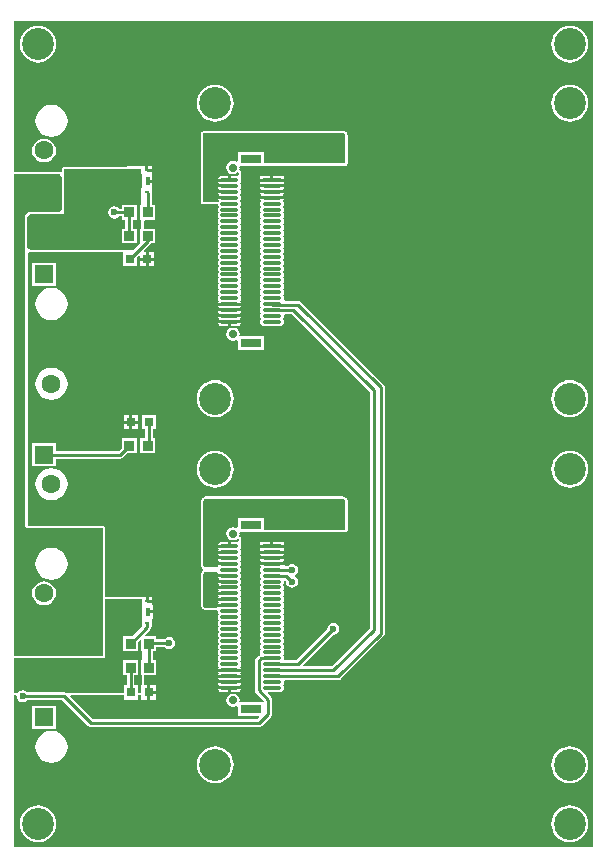
<source format=gtl>
G04 Layer_Physical_Order=1*
G04 Layer_Color=255*
%FSLAX25Y25*%
%MOIN*%
G70*
G01*
G75*
%ADD10R,0.03150X0.03150*%
%ADD11R,0.03347X0.03347*%
%ADD12R,0.07087X0.03150*%
%ADD13R,0.06299X0.01181*%
%ADD14O,0.06299X0.01181*%
%ADD15R,0.03937X0.04724*%
%ADD16R,0.01575X0.00984*%
%ADD17R,0.01181X0.03110*%
%ADD18C,0.01000*%
%ADD19C,0.02756*%
%ADD20C,0.06299*%
%ADD21R,0.06299X0.06299*%
%ADD22C,0.10630*%
%ADD23C,0.02362*%
G36*
X44488Y84646D02*
Y75577D01*
X41254Y72342D01*
X38189D01*
Y67421D01*
X43110D01*
Y70486D01*
X43829Y71205D01*
X44291Y71014D01*
Y67421D01*
X44488D01*
Y64272D01*
X44291D01*
Y59350D01*
X44488D01*
Y55945D01*
X44291D01*
Y53445D01*
X43110D01*
Y55945D01*
X41962D01*
Y59350D01*
X43110D01*
Y64272D01*
X38189D01*
Y59350D01*
X39337D01*
Y55945D01*
X38386D01*
Y53445D01*
X19201Y53445D01*
X19006Y53575D01*
X18504Y53675D01*
X6215D01*
X6144Y53781D01*
X5492Y54216D01*
X4724Y54369D01*
X3956Y54216D01*
X3305Y53781D01*
X3080Y53445D01*
X1969D01*
X1969Y62008D01*
Y64961D01*
X32283D01*
Y84646D01*
X44488Y84646D01*
D02*
G37*
G36*
X194882Y1969D02*
X1969D01*
Y52642D01*
X2488D01*
X2717Y52362D01*
X2870Y51594D01*
X3305Y50943D01*
X3956Y50508D01*
X4724Y50355D01*
X5492Y50508D01*
X6144Y50943D01*
X6215Y51050D01*
X17960D01*
X26631Y42379D01*
X27057Y42094D01*
X27559Y41995D01*
X83465D01*
X83967Y42094D01*
X84393Y42379D01*
X87542Y45529D01*
X87827Y45954D01*
X87927Y46457D01*
Y51181D01*
X87827Y51683D01*
X87542Y52109D01*
X86400Y53251D01*
X86592Y53713D01*
X90354D01*
X90892Y53820D01*
X91348Y54125D01*
X91652Y54581D01*
X91759Y55118D01*
X91652Y55656D01*
X91354Y56103D01*
X91652Y56549D01*
X91759Y57087D01*
X91728Y57243D01*
X92129Y57743D01*
X109843D01*
X110345Y57842D01*
X110771Y58127D01*
X124944Y72300D01*
X125228Y72726D01*
X125328Y73228D01*
Y155512D01*
X125228Y156014D01*
X124944Y156440D01*
X97566Y183818D01*
X97140Y184103D01*
X96638Y184203D01*
X92008D01*
X91692Y184703D01*
X91759Y185039D01*
X91652Y185577D01*
X91354Y186024D01*
X91652Y186470D01*
X91759Y187008D01*
X91652Y187546D01*
X91354Y187992D01*
X91652Y188439D01*
X91759Y188977D01*
X91652Y189514D01*
X91354Y189961D01*
X91652Y190407D01*
X91759Y190945D01*
X91652Y191483D01*
X91354Y191929D01*
X91652Y192376D01*
X91759Y192913D01*
X91652Y193451D01*
X91354Y193898D01*
X91652Y194344D01*
X91759Y194882D01*
X91652Y195420D01*
X91354Y195866D01*
X91652Y196313D01*
X91759Y196851D01*
X91652Y197388D01*
X91354Y197835D01*
X91652Y198281D01*
X91759Y198819D01*
X91652Y199357D01*
X91354Y199803D01*
X91652Y200250D01*
X91759Y200787D01*
X91652Y201325D01*
X91354Y201772D01*
X91652Y202218D01*
X91759Y202756D01*
X91652Y203294D01*
X91354Y203740D01*
X91652Y204187D01*
X91759Y204725D01*
X91652Y205262D01*
X91354Y205709D01*
X91652Y206155D01*
X91759Y206693D01*
X91652Y207231D01*
X91354Y207677D01*
X91652Y208124D01*
X91759Y208662D01*
X91652Y209199D01*
X91354Y209646D01*
X91652Y210092D01*
X91759Y210630D01*
X91652Y211168D01*
X91354Y211614D01*
X91652Y212061D01*
X91759Y212598D01*
X91652Y213136D01*
X91354Y213583D01*
X91652Y214029D01*
X91759Y214567D01*
X91652Y215105D01*
X91354Y215551D01*
X91652Y215998D01*
X91759Y216535D01*
X91652Y217073D01*
X91354Y217520D01*
X91652Y217966D01*
X91660Y218004D01*
X83931D01*
X83938Y217966D01*
X84237Y217520D01*
X83938Y217073D01*
X83831Y216535D01*
X83938Y215998D01*
X84237Y215551D01*
X83938Y215105D01*
X83831Y214567D01*
X83938Y214029D01*
X84237Y213583D01*
X83938Y213136D01*
X83831Y212598D01*
X83938Y212061D01*
X84237Y211614D01*
X83938Y211168D01*
X83831Y210630D01*
X83938Y210092D01*
X84237Y209646D01*
X83938Y209199D01*
X83831Y208662D01*
X83938Y208124D01*
X84237Y207677D01*
X83938Y207231D01*
X83831Y206693D01*
X83938Y206155D01*
X84237Y205709D01*
X83938Y205262D01*
X83831Y204725D01*
X83938Y204187D01*
X84237Y203740D01*
X83938Y203294D01*
X83831Y202756D01*
X83938Y202218D01*
X84237Y201772D01*
X83938Y201325D01*
X83831Y200787D01*
X83938Y200250D01*
X84237Y199803D01*
X83938Y199357D01*
X83831Y198819D01*
X83938Y198281D01*
X84237Y197835D01*
X83938Y197388D01*
X83831Y196851D01*
X83938Y196313D01*
X84237Y195866D01*
X83938Y195420D01*
X83831Y194882D01*
X83938Y194344D01*
X84237Y193898D01*
X83938Y193451D01*
X83831Y192913D01*
X83938Y192376D01*
X84237Y191929D01*
X83938Y191483D01*
X83831Y190945D01*
X83938Y190407D01*
X84237Y189961D01*
X83938Y189514D01*
X83831Y188977D01*
X83938Y188439D01*
X84237Y187992D01*
X83938Y187546D01*
X83831Y187008D01*
X83938Y186470D01*
X84237Y186024D01*
X83938Y185577D01*
X83831Y185039D01*
X83938Y184502D01*
X84237Y184055D01*
X83938Y183609D01*
X83831Y183071D01*
X83938Y182533D01*
X84237Y182087D01*
X83938Y181640D01*
X83831Y181103D01*
X83938Y180565D01*
X84237Y180118D01*
X83938Y179672D01*
X83831Y179134D01*
X83938Y178596D01*
X84237Y178150D01*
X83938Y177703D01*
X83831Y177165D01*
X83938Y176628D01*
X84243Y176172D01*
X84698Y175867D01*
X85236Y175760D01*
X90354D01*
X90892Y175867D01*
X91348Y176172D01*
X91652Y176628D01*
X91759Y177165D01*
X91652Y177703D01*
X91354Y178150D01*
X91652Y178596D01*
X91759Y179134D01*
X91728Y179290D01*
X92129Y179790D01*
X94338D01*
X120341Y153787D01*
Y74953D01*
X107724Y62336D01*
X98311D01*
X98119Y62798D01*
X108142Y72821D01*
X108268Y72796D01*
X109036Y72949D01*
X109687Y73384D01*
X110122Y74035D01*
X110275Y74803D01*
X110122Y75571D01*
X109687Y76222D01*
X109036Y76657D01*
X108268Y76810D01*
X107500Y76657D01*
X106849Y76222D01*
X106413Y75571D01*
X106261Y74803D01*
X106286Y74677D01*
X95913Y64305D01*
X92129D01*
X91728Y64805D01*
X91759Y64961D01*
X91652Y65498D01*
X91354Y65945D01*
X91652Y66392D01*
X91759Y66929D01*
X91652Y67467D01*
X91354Y67914D01*
X91652Y68360D01*
X91759Y68898D01*
X91652Y69435D01*
X91354Y69882D01*
X91652Y70329D01*
X91759Y70866D01*
X91652Y71404D01*
X91354Y71851D01*
X91652Y72297D01*
X91759Y72835D01*
X91652Y73372D01*
X91354Y73819D01*
X91652Y74266D01*
X91759Y74803D01*
X91652Y75341D01*
X91354Y75788D01*
X91652Y76234D01*
X91759Y76772D01*
X91652Y77309D01*
X91354Y77756D01*
X91652Y78203D01*
X91759Y78740D01*
X91652Y79278D01*
X91354Y79725D01*
X91652Y80171D01*
X91759Y80709D01*
X91652Y81246D01*
X91354Y81693D01*
X91652Y82140D01*
X91759Y82677D01*
X91652Y83215D01*
X91354Y83662D01*
X91652Y84108D01*
X91759Y84646D01*
X91652Y85183D01*
X91354Y85630D01*
X91652Y86077D01*
X91759Y86614D01*
X91652Y87152D01*
X91354Y87599D01*
X91652Y88045D01*
X91759Y88583D01*
X91652Y89120D01*
X91354Y89567D01*
X91652Y90014D01*
X91759Y90551D01*
X91728Y90707D01*
X91759Y90770D01*
X92239Y90926D01*
X92506Y90674D01*
X92481Y90551D01*
X92634Y89783D01*
X93069Y89132D01*
X93720Y88697D01*
X94488Y88544D01*
X95256Y88697D01*
X95907Y89132D01*
X96342Y89783D01*
X96495Y90551D01*
X96342Y91319D01*
X95907Y91970D01*
X95535Y92219D01*
Y92820D01*
X95907Y93069D01*
X96342Y93720D01*
X96495Y94488D01*
X96342Y95256D01*
X95907Y95907D01*
X95256Y96342D01*
X94488Y96495D01*
X93720Y96342D01*
X93069Y95907D01*
X92998Y95801D01*
X92129D01*
X92004Y95957D01*
X83931D01*
X83938Y95919D01*
X84237Y95473D01*
X83938Y95026D01*
X83831Y94488D01*
X83938Y93951D01*
X84237Y93504D01*
X83938Y93057D01*
X83831Y92520D01*
X83938Y91982D01*
X84237Y91536D01*
X83938Y91089D01*
X83831Y90551D01*
X83938Y90014D01*
X84237Y89567D01*
X83938Y89120D01*
X83831Y88583D01*
X83938Y88045D01*
X84237Y87599D01*
X83938Y87152D01*
X83831Y86614D01*
X83938Y86077D01*
X84237Y85630D01*
X83938Y85183D01*
X83831Y84646D01*
X83938Y84108D01*
X84237Y83662D01*
X83938Y83215D01*
X83831Y82677D01*
X83938Y82140D01*
X84237Y81693D01*
X83938Y81246D01*
X83831Y80709D01*
X83938Y80171D01*
X84237Y79725D01*
X83938Y79278D01*
X83831Y78740D01*
X83938Y78203D01*
X84237Y77756D01*
X83938Y77309D01*
X83831Y76772D01*
X83938Y76234D01*
X84237Y75788D01*
X83938Y75341D01*
X83831Y74803D01*
X83938Y74266D01*
X84237Y73819D01*
X83938Y73372D01*
X83831Y72835D01*
X83938Y72297D01*
X84237Y71851D01*
X83938Y71404D01*
X83831Y70866D01*
X83938Y70329D01*
X84237Y69882D01*
X83938Y69435D01*
X83831Y68898D01*
X83938Y68360D01*
X84237Y67914D01*
X83938Y67467D01*
X83831Y66929D01*
X83875Y66708D01*
X83750Y66173D01*
X83324Y65889D01*
X82536Y65101D01*
X82252Y64675D01*
X82152Y64173D01*
Y54331D01*
X82252Y53828D01*
X82536Y53403D01*
X85049Y50890D01*
X84838Y50394D01*
X77287D01*
X76970Y50780D01*
X77011Y50984D01*
X76843Y51829D01*
X76364Y52545D01*
X75648Y53024D01*
X74803Y53192D01*
X73958Y53024D01*
X73242Y52545D01*
X72763Y51829D01*
X72595Y50984D01*
X72763Y50139D01*
X73242Y49423D01*
X73958Y48945D01*
X74803Y48777D01*
X75648Y48945D01*
X75878Y49098D01*
X76378Y48831D01*
Y45669D01*
X83317D01*
X83509Y45208D01*
X82921Y44620D01*
X28103D01*
X20542Y52180D01*
X20734Y52642D01*
X38386Y52642D01*
Y51221D01*
X43110D01*
Y52642D01*
X44291D01*
Y51221D01*
X46154D01*
Y53583D01*
Y55945D01*
X45291D01*
Y59350D01*
X49213D01*
Y64272D01*
X48065D01*
Y67421D01*
X49213D01*
Y68766D01*
X52053D01*
X52124Y68660D01*
X52775Y68225D01*
X53543Y68072D01*
X54311Y68225D01*
X54962Y68660D01*
X55398Y69311D01*
X55550Y70079D01*
X55398Y70847D01*
X54962Y71498D01*
X54311Y71933D01*
X53543Y72086D01*
X52775Y71933D01*
X52124Y71498D01*
X52053Y71391D01*
X49213D01*
Y72342D01*
X45620D01*
X45428Y72804D01*
X47188Y74564D01*
X47473Y74990D01*
X47572Y75492D01*
X47835D01*
Y78051D01*
X47992Y78071D01*
Y79913D01*
X46614D01*
Y80913D01*
X47992D01*
Y82756D01*
X47835Y82776D01*
Y83555D01*
X46260D01*
Y84055D01*
X45760D01*
Y85335D01*
X44874D01*
X44795Y85387D01*
X44488Y85448D01*
X32299Y85448D01*
Y108268D01*
X32238Y108575D01*
X32064Y108835D01*
X31803Y109009D01*
X31496Y109071D01*
X6732D01*
X6660Y109078D01*
X6491Y109147D01*
X6391Y109247D01*
X6322Y109415D01*
X6315Y109488D01*
X6315Y200111D01*
X6318Y200116D01*
X6815Y200425D01*
X7017Y200341D01*
X7017Y200341D01*
X7017Y200341D01*
X7172Y200310D01*
X7324Y200280D01*
X7324Y200280D01*
X7324Y200280D01*
X7579Y200280D01*
X37992Y200280D01*
Y195709D01*
X42717D01*
Y198577D01*
X43436Y199296D01*
X43898Y199105D01*
Y198571D01*
X45760D01*
Y200433D01*
X45226D01*
X45035Y200895D01*
X47286Y203147D01*
X47354Y203248D01*
X48819D01*
Y208169D01*
X44996D01*
Y209941D01*
X44996Y210769D01*
X45349Y211122D01*
X48819D01*
Y216043D01*
X47671D01*
Y219094D01*
X47677D01*
Y221654D01*
X47835Y221673D01*
Y223516D01*
X46457D01*
Y224516D01*
X47835D01*
Y226358D01*
X47677Y226378D01*
Y227157D01*
X46102D01*
Y227658D01*
X45602D01*
Y228937D01*
X39409D01*
Y228756D01*
X18504Y228755D01*
X18197Y228694D01*
X17936Y228520D01*
X17762Y228260D01*
X17701Y227953D01*
Y227403D01*
X17457Y227178D01*
X17218Y227045D01*
X17146Y227075D01*
X16693Y227165D01*
X16614Y227165D01*
X16536Y227181D01*
X16536D01*
X16535Y227181D01*
X1969Y227181D01*
Y277559D01*
X194882D01*
Y1969D01*
D02*
G37*
G36*
X44193Y227599D02*
X44193Y218799D01*
X44193Y216338D01*
X43898Y216043D01*
X43898D01*
Y211122D01*
X44193D01*
X44193Y209941D01*
Y208169D01*
X43898D01*
Y203470D01*
X41510Y201083D01*
X7579Y201083D01*
X7324Y201083D01*
X6854Y201277D01*
X6494Y201637D01*
X6299Y202108D01*
X6299Y202362D01*
X6299Y212046D01*
X6479Y212480D01*
X6811Y212812D01*
X7245Y212992D01*
X7480D01*
X7480Y212992D01*
X18504D01*
X18504Y227953D01*
X43839Y227953D01*
X44193Y227599D01*
D02*
G37*
G36*
X16535Y226378D02*
X16535Y226378D01*
X16535Y226378D01*
X16536D01*
X16988Y226288D01*
X17204Y226198D01*
X17537Y225866D01*
X17701Y225469D01*
X17701Y214688D01*
X17537Y214292D01*
X17205Y213959D01*
X16808Y213795D01*
X7480D01*
X7480Y213795D01*
X7245D01*
X7168Y213779D01*
X7087D01*
X7086Y213779D01*
X6779Y213749D01*
X6212Y213514D01*
X5777Y213080D01*
X5542Y212512D01*
X5512Y212205D01*
Y212123D01*
X5496Y212046D01*
X5496Y202362D01*
X5496Y202108D01*
X5512Y202030D01*
X5512Y109449D01*
X5534Y109218D01*
X5711Y108792D01*
X6037Y108467D01*
X6463Y108290D01*
X6693Y108268D01*
X31496D01*
Y84723D01*
X31481Y84646D01*
Y65763D01*
X1969D01*
Y93701D01*
Y226378D01*
X16535Y226378D01*
D02*
G37*
%LPC*%
G36*
X87295Y103740D02*
X83858D01*
Y102862D01*
X87295D01*
Y103740D01*
D02*
G37*
G36*
X91732D02*
X88295D01*
Y102862D01*
X91732D01*
Y103740D01*
D02*
G37*
G36*
X14291Y128392D02*
X12904Y128210D01*
X11611Y127674D01*
X10501Y126822D01*
X9649Y125712D01*
X9113Y124419D01*
X8930Y123031D01*
X9113Y121644D01*
X9649Y120351D01*
X10501Y119241D01*
X11611Y118389D01*
X12904Y117853D01*
X14291Y117671D01*
X15679Y117853D01*
X16972Y118389D01*
X18082Y119241D01*
X18934Y120351D01*
X19469Y121644D01*
X19652Y123031D01*
X19469Y124419D01*
X18934Y125712D01*
X18082Y126822D01*
X16972Y127674D01*
X15679Y128210D01*
X14291Y128392D01*
D02*
G37*
G36*
X91732Y101862D02*
X83858D01*
Y100984D01*
X83858Y100984D01*
X83858D01*
X83857Y100894D01*
X91734D01*
X91732Y100984D01*
X91732Y100984D01*
X91732Y100984D01*
Y101862D01*
D02*
G37*
G36*
X91660Y97925D02*
X83931D01*
X83938Y97888D01*
X84237Y97441D01*
X83938Y96994D01*
X83931Y96957D01*
X91660D01*
X91652Y96994D01*
X91354Y97441D01*
X91652Y97888D01*
X91660Y97925D01*
D02*
G37*
G36*
Y99894D02*
X83931D01*
X83938Y99856D01*
X84237Y99410D01*
X83938Y98963D01*
X83931Y98925D01*
X91660D01*
X91652Y98963D01*
X91354Y99410D01*
X91652Y99856D01*
X91660Y99894D01*
D02*
G37*
G36*
X42717Y138287D02*
X37795D01*
Y135222D01*
X36759Y134187D01*
X15748D01*
Y136811D01*
X7874D01*
Y128937D01*
X15748D01*
Y131561D01*
X37303D01*
X37806Y131661D01*
X38231Y131946D01*
X39652Y133366D01*
X42717D01*
Y138287D01*
D02*
G37*
G36*
X40274Y143122D02*
X38412D01*
Y141260D01*
X40274D01*
Y143122D01*
D02*
G37*
G36*
X43137D02*
X41274D01*
Y141260D01*
X43137D01*
Y143122D01*
D02*
G37*
G36*
X49042Y145984D02*
X44318D01*
Y141260D01*
X45367D01*
Y138287D01*
X43898D01*
Y133366D01*
X48819D01*
Y138287D01*
X47993D01*
Y141260D01*
X49042D01*
Y145984D01*
D02*
G37*
G36*
X111574Y118913D02*
X111574Y118913D01*
X111574Y118913D01*
X111417Y118913D01*
X65748Y118913D01*
X65748Y118913D01*
X65591Y118913D01*
X65591Y118913D01*
X65591Y118913D01*
X65458Y118886D01*
X65284Y118852D01*
X65284Y118852D01*
X64995Y118732D01*
X64995Y118732D01*
X64734Y118558D01*
X64513Y118336D01*
X64339Y118076D01*
X64219Y117787D01*
X64219Y117787D01*
X64158Y117480D01*
Y96063D01*
X64158Y95906D01*
X64219Y95599D01*
X64219Y95599D01*
X64219Y95599D01*
X64339Y95310D01*
X64513Y95049D01*
X64734Y94828D01*
X64734Y94828D01*
X64802Y94783D01*
X64841Y94689D01*
X64866Y94446D01*
X64845Y94297D01*
X64802Y94194D01*
X64734Y94149D01*
X64680Y94094D01*
X64621Y94006D01*
X64551Y93925D01*
X64338Y93553D01*
X64311Y93470D01*
X64269Y93393D01*
X64195Y93154D01*
X64192Y93131D01*
X64182Y93110D01*
X64182Y93110D01*
X64178Y93012D01*
X64158Y92916D01*
X64158Y92449D01*
X64158Y92448D01*
X64158Y92448D01*
X64158Y82677D01*
X64158Y82521D01*
X64219Y82213D01*
X64219Y82213D01*
X64339Y81924D01*
X64513Y81663D01*
X64734Y81442D01*
X64995Y81268D01*
X65284Y81148D01*
X65591Y81087D01*
X65748Y81087D01*
X69223D01*
X69647Y80718D01*
X69672Y80638D01*
X69765Y80171D01*
X70063Y79725D01*
X69765Y79278D01*
X69658Y78740D01*
X69765Y78203D01*
X70063Y77756D01*
X69765Y77309D01*
X69658Y76772D01*
X69765Y76234D01*
X70063Y75788D01*
X69765Y75341D01*
X69658Y74803D01*
X69765Y74266D01*
X70063Y73819D01*
X69765Y73372D01*
X69658Y72835D01*
X69765Y72297D01*
X70063Y71851D01*
X69765Y71404D01*
X69658Y70866D01*
X69765Y70329D01*
X70063Y69882D01*
X69765Y69435D01*
X69658Y68898D01*
X69765Y68360D01*
X70063Y67914D01*
X69765Y67467D01*
X69658Y66929D01*
X69765Y66392D01*
X70063Y65945D01*
X69765Y65498D01*
X69658Y64961D01*
X69765Y64423D01*
X70063Y63977D01*
X69765Y63530D01*
X69658Y62992D01*
X69765Y62455D01*
X70063Y62008D01*
X69765Y61561D01*
X69757Y61524D01*
X77486D01*
X77479Y61561D01*
X77181Y62008D01*
X77479Y62455D01*
X77586Y62992D01*
X77479Y63530D01*
X77181Y63977D01*
X77479Y64423D01*
X77586Y64961D01*
X77479Y65498D01*
X77181Y65945D01*
X77479Y66392D01*
X77586Y66929D01*
X77479Y67467D01*
X77181Y67914D01*
X77479Y68360D01*
X77586Y68898D01*
X77479Y69435D01*
X77181Y69882D01*
X77479Y70329D01*
X77586Y70866D01*
X77479Y71404D01*
X77181Y71851D01*
X77479Y72297D01*
X77586Y72835D01*
X77479Y73372D01*
X77181Y73819D01*
X77479Y74266D01*
X77586Y74803D01*
X77479Y75341D01*
X77181Y75788D01*
X77479Y76234D01*
X77586Y76772D01*
X77479Y77309D01*
X77181Y77756D01*
X77479Y78203D01*
X77586Y78740D01*
X77479Y79278D01*
X77181Y79725D01*
X77479Y80171D01*
X77586Y80709D01*
X77479Y81246D01*
X77181Y81693D01*
X77479Y82140D01*
X77586Y82677D01*
X77479Y83215D01*
X77181Y83662D01*
X77479Y84108D01*
X77586Y84646D01*
X77479Y85183D01*
X77181Y85630D01*
X77479Y86077D01*
X77586Y86614D01*
X77479Y87152D01*
X77181Y87599D01*
X77479Y88045D01*
X77586Y88583D01*
X77479Y89120D01*
X77181Y89567D01*
X77479Y90014D01*
X77586Y90551D01*
X77479Y91089D01*
X77181Y91536D01*
X77479Y91982D01*
X77586Y92520D01*
X77479Y93057D01*
X77181Y93504D01*
X77479Y93951D01*
X77586Y94488D01*
X77479Y95026D01*
X77181Y95473D01*
X77479Y95919D01*
X77586Y96457D01*
X77479Y96994D01*
X77181Y97441D01*
X77479Y97888D01*
X77586Y98425D01*
X77479Y98963D01*
X77181Y99410D01*
X77479Y99856D01*
X77586Y100394D01*
X77479Y100931D01*
X77181Y101378D01*
X77479Y101825D01*
X77586Y102362D01*
X77479Y102900D01*
X77342Y103106D01*
X77339Y103587D01*
X77461Y103758D01*
X77480Y103781D01*
X77491Y103819D01*
X77513Y103852D01*
X77536Y103968D01*
X77571Y104081D01*
X77567Y104120D01*
X77574Y104159D01*
Y104713D01*
X77568Y104747D01*
X77572Y104780D01*
X77538Y104899D01*
X77513Y105021D01*
X77495Y105049D01*
X77485Y105081D01*
X77408Y105178D01*
X77339Y105281D01*
X77311Y105300D01*
X77290Y105326D01*
X77244Y105352D01*
X77067Y105484D01*
X76893Y105902D01*
X77011Y106496D01*
X76970Y106700D01*
X77287Y107087D01*
X84961D01*
X85039Y107071D01*
X112205D01*
X112512Y107132D01*
X112772Y107306D01*
X112946Y107567D01*
X113007Y107874D01*
X113007Y116859D01*
X113007Y116859D01*
X113007Y116859D01*
X113007Y117323D01*
X112986Y117429D01*
X112978Y117537D01*
X112853Y117989D01*
X112831Y118033D01*
X112821Y118082D01*
X112761Y118172D01*
X112712Y118269D01*
X112674Y118301D01*
X112647Y118342D01*
X112431Y118558D01*
X112431Y118558D01*
X112431Y118558D01*
X112308Y118641D01*
X112171Y118732D01*
X112171Y118732D01*
X112171Y118732D01*
X111881Y118852D01*
X111881Y118852D01*
X111881Y118852D01*
X111732Y118882D01*
X111574Y118913D01*
D02*
G37*
G36*
X68898Y134085D02*
X67701Y133967D01*
X66551Y133618D01*
X65491Y133051D01*
X64562Y132289D01*
X63799Y131360D01*
X63232Y130299D01*
X62884Y129149D01*
X62766Y127953D01*
X62884Y126757D01*
X63232Y125606D01*
X63799Y124546D01*
X64562Y123617D01*
X65491Y122854D01*
X66551Y122288D01*
X67701Y121939D01*
X68898Y121821D01*
X70094Y121939D01*
X71244Y122288D01*
X72304Y122854D01*
X73233Y123617D01*
X73996Y124546D01*
X74563Y125606D01*
X74912Y126757D01*
X75029Y127953D01*
X74912Y129149D01*
X74563Y130299D01*
X73996Y131360D01*
X73233Y132289D01*
X72304Y133051D01*
X71244Y133618D01*
X70094Y133967D01*
X68898Y134085D01*
D02*
G37*
G36*
X187008D02*
X185812Y133967D01*
X184661Y133618D01*
X183601Y133051D01*
X182672Y132289D01*
X181909Y131360D01*
X181343Y130299D01*
X180994Y129149D01*
X180876Y127953D01*
X180994Y126757D01*
X181343Y125606D01*
X181909Y124546D01*
X182672Y123617D01*
X183601Y122854D01*
X184661Y122288D01*
X185812Y121939D01*
X187008Y121821D01*
X188204Y121939D01*
X189354Y122288D01*
X190415Y122854D01*
X191344Y123617D01*
X192106Y124546D01*
X192673Y125606D01*
X193022Y126757D01*
X193140Y127953D01*
X193022Y129149D01*
X192673Y130299D01*
X192106Y131360D01*
X191344Y132289D01*
X190415Y133051D01*
X189354Y133618D01*
X188204Y133967D01*
X187008Y134085D01*
D02*
G37*
G36*
X47835Y85335D02*
X46760D01*
Y84555D01*
X47835D01*
Y85335D01*
D02*
G37*
G36*
X68898Y35659D02*
X67701Y35542D01*
X66551Y35193D01*
X65491Y34626D01*
X64562Y33863D01*
X63799Y32934D01*
X63232Y31874D01*
X62884Y30724D01*
X62766Y29528D01*
X62884Y28331D01*
X63232Y27181D01*
X63799Y26121D01*
X64562Y25192D01*
X65491Y24429D01*
X66551Y23862D01*
X67701Y23514D01*
X68898Y23396D01*
X70094Y23514D01*
X71244Y23862D01*
X72304Y24429D01*
X73233Y25192D01*
X73996Y26121D01*
X74563Y27181D01*
X74912Y28331D01*
X75029Y29528D01*
X74912Y30724D01*
X74563Y31874D01*
X73996Y32934D01*
X73233Y33863D01*
X72304Y34626D01*
X71244Y35193D01*
X70094Y35542D01*
X68898Y35659D01*
D02*
G37*
G36*
X73122Y54618D02*
X69757D01*
X69765Y54581D01*
X70069Y54125D01*
X70525Y53820D01*
X71063Y53713D01*
X73122D01*
Y54618D01*
D02*
G37*
G36*
X77486D02*
X74122D01*
Y53713D01*
X76181D01*
X76719Y53820D01*
X77175Y54125D01*
X77479Y54581D01*
X77486Y54618D01*
D02*
G37*
G36*
X49016Y53083D02*
X47153D01*
Y51221D01*
X49016D01*
Y53083D01*
D02*
G37*
G36*
X14291Y40794D02*
X12904Y40611D01*
X11611Y40076D01*
X10501Y39224D01*
X9649Y38113D01*
X9113Y36821D01*
X8930Y35433D01*
X9113Y34046D01*
X9649Y32753D01*
X10501Y31642D01*
X11611Y30790D01*
X12904Y30255D01*
X14291Y30072D01*
X15679Y30255D01*
X16972Y30790D01*
X18082Y31642D01*
X18934Y32753D01*
X19469Y34046D01*
X19652Y35433D01*
X19469Y36821D01*
X18934Y38113D01*
X18082Y39224D01*
X16972Y40076D01*
X15679Y40611D01*
X14291Y40794D01*
D02*
G37*
G36*
X15748Y49213D02*
X7874D01*
Y41339D01*
X15748D01*
Y49213D01*
D02*
G37*
G36*
X187008Y35659D02*
X185812Y35542D01*
X184661Y35193D01*
X183601Y34626D01*
X182672Y33863D01*
X181909Y32934D01*
X181343Y31874D01*
X180994Y30724D01*
X180876Y29528D01*
X180994Y28331D01*
X181343Y27181D01*
X181909Y26121D01*
X182672Y25192D01*
X183601Y24429D01*
X184661Y23862D01*
X185812Y23514D01*
X187008Y23396D01*
X188204Y23514D01*
X189354Y23862D01*
X190415Y24429D01*
X191344Y25192D01*
X192106Y26121D01*
X192673Y27181D01*
X193022Y28331D01*
X193140Y29528D01*
X193022Y30724D01*
X192673Y31874D01*
X192106Y32934D01*
X191344Y33863D01*
X190415Y34626D01*
X189354Y35193D01*
X188204Y35542D01*
X187008Y35659D01*
D02*
G37*
G36*
Y15974D02*
X185812Y15857D01*
X184661Y15508D01*
X183601Y14941D01*
X182672Y14178D01*
X181909Y13249D01*
X181343Y12189D01*
X180994Y11039D01*
X180876Y9843D01*
X180994Y8646D01*
X181343Y7496D01*
X181909Y6436D01*
X182672Y5507D01*
X183601Y4744D01*
X184661Y4177D01*
X185812Y3828D01*
X187008Y3711D01*
X188204Y3828D01*
X189354Y4177D01*
X190415Y4744D01*
X191344Y5507D01*
X192106Y6436D01*
X192673Y7496D01*
X193022Y8646D01*
X193140Y9843D01*
X193022Y11039D01*
X192673Y12189D01*
X192106Y13249D01*
X191344Y14178D01*
X190415Y14941D01*
X189354Y15508D01*
X188204Y15857D01*
X187008Y15974D01*
D02*
G37*
G36*
X9843D02*
X8646Y15857D01*
X7496Y15508D01*
X6436Y14941D01*
X5507Y14178D01*
X4744Y13249D01*
X4177Y12189D01*
X3828Y11039D01*
X3711Y9843D01*
X3828Y8646D01*
X4177Y7496D01*
X4744Y6436D01*
X5507Y5507D01*
X6436Y4744D01*
X7496Y4177D01*
X8646Y3828D01*
X9843Y3711D01*
X11039Y3828D01*
X12189Y4177D01*
X13249Y4744D01*
X14178Y5507D01*
X14941Y6436D01*
X15508Y7496D01*
X15857Y8646D01*
X15974Y9843D01*
X15857Y11039D01*
X15508Y12189D01*
X14941Y13249D01*
X14178Y14178D01*
X13249Y14941D01*
X12189Y15508D01*
X11039Y15857D01*
X9843Y15974D01*
D02*
G37*
G36*
X77486Y60524D02*
X69757D01*
X69765Y60486D01*
X70063Y60040D01*
X69765Y59593D01*
X69757Y59555D01*
X77486D01*
X77479Y59593D01*
X77181Y60040D01*
X77479Y60486D01*
X77486Y60524D01*
D02*
G37*
G36*
X49016Y55945D02*
X47153D01*
Y54083D01*
X49016D01*
Y55945D01*
D02*
G37*
G36*
X77486Y56587D02*
X69757D01*
X69765Y56549D01*
X70063Y56103D01*
X69765Y55656D01*
X69757Y55618D01*
X77486D01*
X77479Y55656D01*
X77181Y56103D01*
X77479Y56549D01*
X77486Y56587D01*
D02*
G37*
G36*
Y58555D02*
X69757D01*
X69765Y58518D01*
X70063Y58071D01*
X69765Y57624D01*
X69757Y57587D01*
X77486D01*
X77479Y57624D01*
X77181Y58071D01*
X77479Y58518D01*
X77486Y58555D01*
D02*
G37*
G36*
X91732Y223909D02*
X83858D01*
Y223031D01*
X83858Y223031D01*
X83858D01*
X83857Y222941D01*
X91734D01*
X91732Y223031D01*
X91732Y223031D01*
X91732Y223031D01*
Y223909D01*
D02*
G37*
G36*
X91660Y221941D02*
X83931D01*
X83938Y221903D01*
X84237Y221457D01*
X83938Y221010D01*
X83931Y220972D01*
X91660D01*
X91652Y221010D01*
X91354Y221457D01*
X91652Y221903D01*
X91660Y221941D01*
D02*
G37*
G36*
X91732Y225787D02*
X88295D01*
Y224909D01*
X91732D01*
Y225787D01*
D02*
G37*
G36*
X87295D02*
X83858D01*
Y224909D01*
X87295D01*
Y225787D01*
D02*
G37*
G36*
X48622Y200433D02*
X46760D01*
Y198571D01*
X48622D01*
Y200433D01*
D02*
G37*
G36*
Y197571D02*
X46760D01*
Y195709D01*
X48622D01*
Y197571D01*
D02*
G37*
G36*
X91660Y219972D02*
X83931D01*
X83938Y219935D01*
X84237Y219488D01*
X83938Y219042D01*
X83931Y219004D01*
X91660D01*
X91652Y219042D01*
X91354Y219488D01*
X91652Y219935D01*
X91660Y219972D01*
D02*
G37*
G36*
X187008Y256132D02*
X185812Y256014D01*
X184661Y255665D01*
X183601Y255099D01*
X182672Y254336D01*
X181909Y253407D01*
X181343Y252347D01*
X180994Y251196D01*
X180876Y250000D01*
X180994Y248804D01*
X181343Y247653D01*
X181909Y246593D01*
X182672Y245664D01*
X183601Y244901D01*
X184661Y244335D01*
X185812Y243986D01*
X187008Y243868D01*
X188204Y243986D01*
X189354Y244335D01*
X190415Y244901D01*
X191344Y245664D01*
X192106Y246593D01*
X192673Y247653D01*
X193022Y248804D01*
X193140Y250000D01*
X193022Y251196D01*
X192673Y252347D01*
X192106Y253407D01*
X191344Y254336D01*
X190415Y255099D01*
X189354Y255665D01*
X188204Y256014D01*
X187008Y256132D01*
D02*
G37*
G36*
X68898D02*
X67701Y256014D01*
X66551Y255665D01*
X65491Y255099D01*
X64562Y254336D01*
X63799Y253407D01*
X63232Y252347D01*
X62884Y251196D01*
X62766Y250000D01*
X62884Y248804D01*
X63232Y247653D01*
X63799Y246593D01*
X64562Y245664D01*
X65491Y244901D01*
X66551Y244335D01*
X67701Y243986D01*
X68898Y243868D01*
X70094Y243986D01*
X71244Y244335D01*
X72304Y244901D01*
X73233Y245664D01*
X73996Y246593D01*
X74563Y247653D01*
X74912Y248804D01*
X75029Y250000D01*
X74912Y251196D01*
X74563Y252347D01*
X73996Y253407D01*
X73233Y254336D01*
X72304Y255099D01*
X71244Y255665D01*
X70094Y256014D01*
X68898Y256132D01*
D02*
G37*
G36*
X187008Y275817D02*
X185812Y275699D01*
X184661Y275350D01*
X183601Y274783D01*
X182672Y274021D01*
X181909Y273092D01*
X181343Y272032D01*
X180994Y270881D01*
X180876Y269685D01*
X180994Y268489D01*
X181343Y267338D01*
X181909Y266278D01*
X182672Y265349D01*
X183601Y264587D01*
X184661Y264020D01*
X185812Y263671D01*
X187008Y263553D01*
X188204Y263671D01*
X189354Y264020D01*
X190415Y264587D01*
X191344Y265349D01*
X192106Y266278D01*
X192673Y267338D01*
X193022Y268489D01*
X193140Y269685D01*
X193022Y270881D01*
X192673Y272032D01*
X192106Y273092D01*
X191344Y274021D01*
X190415Y274783D01*
X189354Y275350D01*
X188204Y275699D01*
X187008Y275817D01*
D02*
G37*
G36*
X9843D02*
X8646Y275699D01*
X7496Y275350D01*
X6436Y274783D01*
X5507Y274021D01*
X4744Y273092D01*
X4177Y272032D01*
X3828Y270881D01*
X3711Y269685D01*
X3828Y268489D01*
X4177Y267338D01*
X4744Y266278D01*
X5507Y265349D01*
X6436Y264587D01*
X7496Y264020D01*
X8646Y263671D01*
X9843Y263553D01*
X11039Y263671D01*
X12189Y264020D01*
X13249Y264587D01*
X14178Y265349D01*
X14941Y266278D01*
X15508Y267338D01*
X15857Y268489D01*
X15974Y269685D01*
X15857Y270881D01*
X15508Y272032D01*
X14941Y273092D01*
X14178Y274021D01*
X13249Y274783D01*
X12189Y275350D01*
X11039Y275699D01*
X9843Y275817D01*
D02*
G37*
G36*
X11811Y238223D02*
X10783Y238088D01*
X9826Y237691D01*
X9003Y237060D01*
X8372Y236237D01*
X7975Y235280D01*
X7840Y234252D01*
X7975Y233224D01*
X8372Y232266D01*
X9003Y231444D01*
X9826Y230813D01*
X10783Y230416D01*
X11811Y230281D01*
X12839Y230416D01*
X13796Y230813D01*
X14619Y231444D01*
X15250Y232266D01*
X15647Y233224D01*
X15782Y234252D01*
X15647Y235280D01*
X15250Y236237D01*
X14619Y237060D01*
X13796Y237691D01*
X12839Y238088D01*
X11811Y238223D01*
D02*
G37*
G36*
X47677Y228937D02*
X46602D01*
Y228157D01*
X47677D01*
Y228937D01*
D02*
G37*
G36*
X111731Y240764D02*
X111731Y240763D01*
X111731Y240764D01*
X111613Y240763D01*
X64961Y240763D01*
X64653Y240702D01*
X64393Y240528D01*
X64219Y240268D01*
X64158Y239961D01*
Y217126D01*
X64219Y216819D01*
X64393Y216558D01*
X64653Y216384D01*
X64961Y216323D01*
X69700Y216323D01*
X69765Y215998D01*
X70063Y215551D01*
X69765Y215105D01*
X69658Y214567D01*
X69765Y214029D01*
X70063Y213583D01*
X69765Y213136D01*
X69658Y212598D01*
X69765Y212061D01*
X70063Y211614D01*
X69765Y211168D01*
X69658Y210630D01*
X69765Y210092D01*
X70063Y209646D01*
X69765Y209199D01*
X69658Y208662D01*
X69765Y208124D01*
X70063Y207677D01*
X69765Y207231D01*
X69658Y206693D01*
X69765Y206155D01*
X70063Y205709D01*
X69765Y205262D01*
X69658Y204725D01*
X69765Y204187D01*
X70063Y203740D01*
X69765Y203294D01*
X69658Y202756D01*
X69765Y202218D01*
X70063Y201772D01*
X69765Y201325D01*
X69658Y200787D01*
X69765Y200250D01*
X70063Y199803D01*
X69765Y199357D01*
X69658Y198819D01*
X69765Y198281D01*
X70063Y197835D01*
X69765Y197388D01*
X69658Y196851D01*
X69765Y196313D01*
X70063Y195866D01*
X69765Y195420D01*
X69658Y194882D01*
X69765Y194344D01*
X70063Y193898D01*
X69765Y193451D01*
X69658Y192913D01*
X69765Y192376D01*
X70063Y191929D01*
X69765Y191483D01*
X69658Y190945D01*
X69765Y190407D01*
X70063Y189961D01*
X69765Y189514D01*
X69658Y188977D01*
X69765Y188439D01*
X70063Y187992D01*
X69765Y187546D01*
X69658Y187008D01*
X69765Y186470D01*
X70063Y186024D01*
X69765Y185577D01*
X69658Y185039D01*
X69765Y184502D01*
X70063Y184055D01*
X69765Y183609D01*
X69757Y183571D01*
X77486D01*
X77479Y183609D01*
X77181Y184055D01*
X77479Y184502D01*
X77586Y185039D01*
X77479Y185577D01*
X77181Y186024D01*
X77479Y186470D01*
X77586Y187008D01*
X77479Y187546D01*
X77181Y187992D01*
X77479Y188439D01*
X77586Y188977D01*
X77479Y189514D01*
X77181Y189961D01*
X77479Y190407D01*
X77586Y190945D01*
X77479Y191483D01*
X77181Y191929D01*
X77479Y192376D01*
X77586Y192913D01*
X77479Y193451D01*
X77181Y193898D01*
X77479Y194344D01*
X77586Y194882D01*
X77479Y195420D01*
X77181Y195866D01*
X77479Y196313D01*
X77586Y196851D01*
X77479Y197388D01*
X77181Y197835D01*
X77479Y198281D01*
X77586Y198819D01*
X77479Y199357D01*
X77181Y199803D01*
X77479Y200250D01*
X77586Y200787D01*
X77479Y201325D01*
X77181Y201772D01*
X77479Y202218D01*
X77586Y202756D01*
X77479Y203294D01*
X77181Y203740D01*
X77479Y204187D01*
X77586Y204725D01*
X77479Y205262D01*
X77181Y205709D01*
X77479Y206155D01*
X77586Y206693D01*
X77479Y207231D01*
X77181Y207677D01*
X77479Y208124D01*
X77586Y208662D01*
X77479Y209199D01*
X77181Y209646D01*
X77479Y210092D01*
X77586Y210630D01*
X77479Y211168D01*
X77181Y211614D01*
X77479Y212061D01*
X77586Y212598D01*
X77479Y213136D01*
X77181Y213583D01*
X77479Y214029D01*
X77586Y214567D01*
X77479Y215105D01*
X77181Y215551D01*
X77479Y215998D01*
X77586Y216535D01*
X77479Y217073D01*
X77181Y217520D01*
X77479Y217966D01*
X77586Y218504D01*
X77479Y219042D01*
X77181Y219488D01*
X77479Y219935D01*
X77586Y220473D01*
X77479Y221010D01*
X77181Y221457D01*
X77479Y221903D01*
X77586Y222441D01*
X77479Y222979D01*
X77181Y223425D01*
X77479Y223872D01*
X77586Y224410D01*
X77479Y224947D01*
X77342Y225153D01*
X77339Y225635D01*
X77461Y225805D01*
X77480Y225828D01*
X77491Y225866D01*
X77513Y225900D01*
X77536Y226015D01*
X77571Y226128D01*
X77567Y226168D01*
X77574Y226207D01*
Y226761D01*
X77568Y226794D01*
X77572Y226827D01*
X77538Y226946D01*
X77513Y227068D01*
X77495Y227096D01*
X77485Y227129D01*
X77408Y227225D01*
X77339Y227328D01*
X77311Y227347D01*
X77290Y227374D01*
X77244Y227399D01*
X77067Y227531D01*
X76893Y227950D01*
X77011Y228543D01*
X76970Y228747D01*
X77287Y229134D01*
X84961D01*
X85039Y229118D01*
X112205D01*
X112512Y229180D01*
X112772Y229354D01*
X112946Y229614D01*
X113007Y229921D01*
X113007Y238906D01*
X113007Y238906D01*
X113007Y238906D01*
X113007Y239370D01*
X113005Y239382D01*
X113007Y239393D01*
X112975Y239535D01*
X112946Y239677D01*
X112946Y239677D01*
Y239677D01*
X112940Y239687D01*
X112937Y239699D01*
X112738Y240143D01*
X112654Y240261D01*
X112573Y240382D01*
X112517Y240439D01*
X112516Y240439D01*
X112516Y240439D01*
X112391Y240522D01*
X112256Y240613D01*
X112256Y240613D01*
X112256Y240613D01*
X112038Y240703D01*
X112038Y240703D01*
X112038Y240703D01*
X111880Y240734D01*
X111731Y240764D01*
D02*
G37*
G36*
X14291Y249455D02*
X12904Y249273D01*
X11611Y248737D01*
X10501Y247885D01*
X9649Y246775D01*
X9113Y245482D01*
X8930Y244094D01*
X9113Y242707D01*
X9649Y241414D01*
X10501Y240304D01*
X11611Y239452D01*
X12904Y238916D01*
X14291Y238734D01*
X15679Y238916D01*
X16972Y239452D01*
X18082Y240304D01*
X18934Y241414D01*
X19469Y242707D01*
X19652Y244094D01*
X19469Y245482D01*
X18934Y246775D01*
X18082Y247885D01*
X16972Y248737D01*
X15679Y249273D01*
X14291Y249455D01*
D02*
G37*
G36*
X45760Y197571D02*
X43898D01*
Y195709D01*
X45760D01*
Y197571D01*
D02*
G37*
G36*
X74803Y175239D02*
X73958Y175071D01*
X73242Y174593D01*
X72763Y173877D01*
X72595Y173032D01*
X72763Y172187D01*
X73242Y171470D01*
X73958Y170992D01*
X74803Y170824D01*
X75648Y170992D01*
X75878Y171145D01*
X76378Y170878D01*
Y167717D01*
X85039D01*
Y172441D01*
X77287D01*
X76970Y172827D01*
X77011Y173032D01*
X76843Y173877D01*
X76364Y174593D01*
X75648Y175071D01*
X74803Y175239D01*
D02*
G37*
G36*
X14291Y161857D02*
X12904Y161674D01*
X11611Y161139D01*
X10501Y160287D01*
X9649Y159177D01*
X9113Y157884D01*
X8930Y156496D01*
X9113Y155109D01*
X9649Y153816D01*
X10501Y152705D01*
X11611Y151854D01*
X12904Y151318D01*
X14291Y151135D01*
X15679Y151318D01*
X16972Y151854D01*
X18082Y152705D01*
X18934Y153816D01*
X19469Y155109D01*
X19652Y156496D01*
X19469Y157884D01*
X18934Y159177D01*
X18082Y160287D01*
X16972Y161139D01*
X15679Y161674D01*
X14291Y161857D01*
D02*
G37*
G36*
X77486Y176665D02*
X74122D01*
Y175760D01*
X76181D01*
X76719Y175867D01*
X77175Y176172D01*
X77479Y176628D01*
X77486Y176665D01*
D02*
G37*
G36*
X73122D02*
X69757D01*
X69765Y176628D01*
X70069Y176172D01*
X70525Y175867D01*
X71063Y175760D01*
X73122D01*
Y176665D01*
D02*
G37*
G36*
X43137Y145984D02*
X41274D01*
Y144122D01*
X43137D01*
Y145984D01*
D02*
G37*
G36*
X40274D02*
X38412D01*
Y144122D01*
X40274D01*
Y145984D01*
D02*
G37*
G36*
X187008Y157707D02*
X185812Y157589D01*
X184661Y157240D01*
X183601Y156673D01*
X182672Y155911D01*
X181909Y154982D01*
X181343Y153921D01*
X180994Y152771D01*
X180876Y151575D01*
X180994Y150379D01*
X181343Y149228D01*
X181909Y148168D01*
X182672Y147239D01*
X183601Y146476D01*
X184661Y145910D01*
X185812Y145561D01*
X187008Y145443D01*
X188204Y145561D01*
X189354Y145910D01*
X190415Y146476D01*
X191344Y147239D01*
X192106Y148168D01*
X192673Y149228D01*
X193022Y150379D01*
X193140Y151575D01*
X193022Y152771D01*
X192673Y153921D01*
X192106Y154982D01*
X191344Y155911D01*
X190415Y156673D01*
X189354Y157240D01*
X188204Y157589D01*
X187008Y157707D01*
D02*
G37*
G36*
X68898D02*
X67701Y157589D01*
X66551Y157240D01*
X65491Y156673D01*
X64562Y155911D01*
X63799Y154982D01*
X63232Y153921D01*
X62884Y152771D01*
X62766Y151575D01*
X62884Y150379D01*
X63232Y149228D01*
X63799Y148168D01*
X64562Y147239D01*
X65491Y146476D01*
X66551Y145910D01*
X67701Y145561D01*
X68898Y145443D01*
X70094Y145561D01*
X71244Y145910D01*
X72304Y146476D01*
X73233Y147239D01*
X73996Y148168D01*
X74563Y149228D01*
X74912Y150379D01*
X75029Y151575D01*
X74912Y152771D01*
X74563Y153921D01*
X73996Y154982D01*
X73233Y155911D01*
X72304Y156673D01*
X71244Y157240D01*
X70094Y157589D01*
X68898Y157707D01*
D02*
G37*
G36*
X14291Y188432D02*
X12904Y188249D01*
X11611Y187714D01*
X10501Y186862D01*
X9649Y185751D01*
X9113Y184458D01*
X8930Y183071D01*
X9113Y181683D01*
X9649Y180391D01*
X10501Y179280D01*
X11611Y178428D01*
X12904Y177893D01*
X14291Y177710D01*
X15679Y177893D01*
X16972Y178428D01*
X18082Y179280D01*
X18934Y180391D01*
X19469Y181683D01*
X19652Y183071D01*
X19469Y184458D01*
X18934Y185751D01*
X18082Y186862D01*
X16972Y187714D01*
X15679Y188249D01*
X14291Y188432D01*
D02*
G37*
G36*
X77486Y182571D02*
X69757D01*
X69765Y182533D01*
X70063Y182087D01*
X69765Y181640D01*
X69757Y181603D01*
X77486D01*
X77479Y181640D01*
X77181Y182087D01*
X77479Y182533D01*
X77486Y182571D01*
D02*
G37*
G36*
Y180603D02*
X69757D01*
X69765Y180565D01*
X70063Y180118D01*
X69765Y179672D01*
X69757Y179634D01*
X77486D01*
X77479Y179672D01*
X77181Y180118D01*
X77479Y180565D01*
X77486Y180603D01*
D02*
G37*
G36*
Y178634D02*
X69757D01*
X69765Y178596D01*
X70063Y178150D01*
X69765Y177703D01*
X69757Y177665D01*
X77486D01*
X77479Y177703D01*
X77181Y178150D01*
X77479Y178596D01*
X77486Y178634D01*
D02*
G37*
G36*
X15748Y196850D02*
X7874D01*
Y188976D01*
X15748D01*
Y196850D01*
D02*
G37*
%LPD*%
G36*
X69861Y93201D02*
X69765Y93057D01*
X69757Y93020D01*
X73622D01*
Y92020D01*
X69757D01*
X69765Y91982D01*
X70063Y91536D01*
X69765Y91089D01*
X69757Y91051D01*
X73622D01*
Y90051D01*
X69757D01*
X69765Y90014D01*
X70063Y89567D01*
X69765Y89120D01*
X69757Y89083D01*
X73622D01*
Y88083D01*
X69757D01*
X69765Y88045D01*
X70063Y87599D01*
X69765Y87152D01*
X69757Y87114D01*
X73622D01*
Y86114D01*
X69757D01*
X69765Y86077D01*
X70063Y85630D01*
X69765Y85183D01*
X69757Y85146D01*
X73622D01*
Y84146D01*
X69757D01*
X69765Y84108D01*
X70063Y83662D01*
X69765Y83215D01*
X69757Y83177D01*
X73622D01*
Y82177D01*
X69571D01*
X69376Y81890D01*
X65748D01*
X65591Y81890D01*
X65302Y82010D01*
X65080Y82231D01*
X64961Y82521D01*
X64961Y82677D01*
X64961Y92448D01*
X64961Y92915D01*
X64961Y92916D01*
X65036Y93155D01*
X65248Y93527D01*
X65302Y93581D01*
X65591Y93701D01*
X65748Y93701D01*
X69594Y93701D01*
X69861Y93201D01*
D02*
G37*
G36*
X111863Y117990D02*
X112079Y117774D01*
X112205Y117323D01*
D01*
X112205Y116859D01*
X112205Y107874D01*
X85039D01*
Y111811D01*
X76378D01*
Y108650D01*
X75878Y108382D01*
X75648Y108536D01*
X74803Y108704D01*
X73958Y108536D01*
X73242Y108057D01*
X72763Y107341D01*
X72595Y106496D01*
X72763Y105651D01*
X73242Y104935D01*
X73958Y104456D01*
X74803Y104288D01*
X75648Y104456D01*
X76272Y104873D01*
X76772Y104713D01*
Y104159D01*
X76272Y103749D01*
X76181Y103767D01*
X74122D01*
Y102362D01*
X73622D01*
Y101862D01*
X69757D01*
X69765Y101825D01*
X70063Y101378D01*
X69765Y100931D01*
X69757Y100894D01*
X73622D01*
Y99894D01*
X69757D01*
X69765Y99856D01*
X70063Y99410D01*
X69765Y98963D01*
X69757Y98925D01*
X73622D01*
Y97925D01*
X69757D01*
X69765Y97888D01*
X70063Y97441D01*
X69765Y96994D01*
X69757Y96957D01*
X73622D01*
Y95957D01*
X69757D01*
X69765Y95919D01*
X69861Y95776D01*
X69594Y95276D01*
X65748D01*
X65591Y95276D01*
X65302Y95395D01*
X65080Y95617D01*
X64961Y95906D01*
X64961Y96063D01*
Y117479D01*
X65080Y117769D01*
X65302Y117990D01*
X65591Y118110D01*
X65748Y118110D01*
X65748Y118110D01*
X111417Y118110D01*
X111574Y118110D01*
X111863Y117990D01*
D02*
G37*
%LPC*%
G36*
X73122Y103767D02*
X71063D01*
X70525Y103660D01*
X70069Y103356D01*
X69765Y102900D01*
X69757Y102862D01*
X73122D01*
Y103767D01*
D02*
G37*
%LPD*%
G36*
X111949Y239871D02*
X112005Y239814D01*
X112205Y239370D01*
D01*
X112205Y238906D01*
X112205Y229921D01*
X85039D01*
Y233858D01*
X76378D01*
Y230697D01*
X75878Y230430D01*
X75648Y230583D01*
X74803Y230751D01*
X73958Y230583D01*
X73242Y230104D01*
X72763Y229388D01*
X72595Y228543D01*
X72763Y227698D01*
X73242Y226982D01*
X73958Y226504D01*
X74803Y226336D01*
X75648Y226504D01*
X76272Y226920D01*
X76772Y226761D01*
Y226207D01*
X76272Y225796D01*
X76181Y225814D01*
X74122D01*
Y224410D01*
X73622D01*
Y223909D01*
X69757D01*
X69765Y223872D01*
X70063Y223425D01*
X69765Y222979D01*
X69757Y222941D01*
X73622D01*
Y221941D01*
X69757D01*
X69765Y221903D01*
X70063Y221457D01*
X69765Y221010D01*
X69757Y220972D01*
X73622D01*
Y219972D01*
X69757D01*
X69765Y219935D01*
X70063Y219488D01*
X69765Y219042D01*
X69757Y219004D01*
X73622D01*
Y218004D01*
X69757D01*
X69765Y217966D01*
X70063Y217520D01*
X69800Y217126D01*
X64961Y217126D01*
Y239961D01*
X111614Y239961D01*
X111732Y239961D01*
X111949Y239871D01*
D02*
G37*
%LPC*%
G36*
X73122Y225814D02*
X71063D01*
X70525Y225708D01*
X70069Y225403D01*
X69765Y224947D01*
X69757Y224909D01*
X73122D01*
Y225814D01*
D02*
G37*
G36*
X42717Y216043D02*
X37795D01*
Y214895D01*
X36727D01*
X36655Y215002D01*
X36004Y215437D01*
X35236Y215590D01*
X34468Y215437D01*
X33817Y215002D01*
X33382Y214351D01*
X33229Y213583D01*
X33382Y212815D01*
X33817Y212163D01*
X34468Y211728D01*
X35236Y211576D01*
X36004Y211728D01*
X36655Y212163D01*
X36727Y212270D01*
X37795D01*
Y211122D01*
X38943D01*
Y208169D01*
X37795D01*
Y203248D01*
X42717D01*
Y208169D01*
X41568D01*
Y211122D01*
X42717D01*
Y216043D01*
D02*
G37*
G36*
X14291Y101818D02*
X12904Y101635D01*
X11611Y101099D01*
X10501Y100247D01*
X9649Y99137D01*
X9113Y97844D01*
X8930Y96457D01*
X9113Y95069D01*
X9649Y93776D01*
X10501Y92666D01*
X11611Y91814D01*
X12904Y91278D01*
X14291Y91096D01*
X15679Y91278D01*
X16972Y91814D01*
X18082Y92666D01*
X18934Y93776D01*
X19469Y95069D01*
X19652Y96457D01*
X19469Y97844D01*
X18934Y99137D01*
X18082Y100247D01*
X16972Y101099D01*
X15679Y101635D01*
X14291Y101818D01*
D02*
G37*
G36*
X11811Y90585D02*
X10783Y90450D01*
X9826Y90053D01*
X9003Y89422D01*
X8372Y88600D01*
X7975Y87642D01*
X7840Y86614D01*
X7975Y85586D01*
X8372Y84629D01*
X9003Y83806D01*
X9826Y83175D01*
X10783Y82779D01*
X11811Y82643D01*
X12839Y82779D01*
X13796Y83175D01*
X14619Y83806D01*
X15250Y84629D01*
X15647Y85586D01*
X15782Y86614D01*
X15647Y87642D01*
X15250Y88600D01*
X14619Y89422D01*
X13796Y90053D01*
X12839Y90450D01*
X11811Y90585D01*
D02*
G37*
%LPD*%
D10*
X46654Y53583D02*
D03*
X40748D02*
D03*
X40774Y143622D02*
D03*
X46680D02*
D03*
X46260Y198071D02*
D03*
X40354D02*
D03*
D11*
X46752Y61811D02*
D03*
X40650D02*
D03*
X40256Y135827D02*
D03*
X46358D02*
D03*
X46752Y69882D02*
D03*
X40650D02*
D03*
X40256Y213583D02*
D03*
X46358D02*
D03*
X40256Y205709D02*
D03*
X46358D02*
D03*
D12*
X80709Y48032D02*
D03*
Y109449D02*
D03*
Y170079D02*
D03*
Y231496D02*
D03*
D13*
X87795Y102362D02*
D03*
Y224410D02*
D03*
D14*
Y100394D02*
D03*
Y98425D02*
D03*
Y96457D02*
D03*
Y94488D02*
D03*
Y92520D02*
D03*
Y90551D02*
D03*
Y88583D02*
D03*
Y86614D02*
D03*
Y84646D02*
D03*
Y82677D02*
D03*
Y80709D02*
D03*
Y78740D02*
D03*
Y76772D02*
D03*
Y74803D02*
D03*
Y72835D02*
D03*
Y70866D02*
D03*
Y68898D02*
D03*
Y66929D02*
D03*
Y64961D02*
D03*
Y62992D02*
D03*
Y61024D02*
D03*
Y59055D02*
D03*
Y57087D02*
D03*
Y55118D02*
D03*
X73622D02*
D03*
Y57087D02*
D03*
Y59055D02*
D03*
Y61024D02*
D03*
Y62992D02*
D03*
Y64961D02*
D03*
Y66929D02*
D03*
Y68898D02*
D03*
Y70866D02*
D03*
Y72835D02*
D03*
Y74803D02*
D03*
Y76772D02*
D03*
Y78740D02*
D03*
Y80709D02*
D03*
Y82677D02*
D03*
Y84646D02*
D03*
Y86614D02*
D03*
Y88583D02*
D03*
Y90551D02*
D03*
Y92520D02*
D03*
Y94488D02*
D03*
Y96457D02*
D03*
Y98425D02*
D03*
Y100394D02*
D03*
Y102362D02*
D03*
X87795Y222441D02*
D03*
Y220473D02*
D03*
Y218504D02*
D03*
Y216535D02*
D03*
Y214567D02*
D03*
Y212598D02*
D03*
Y210630D02*
D03*
Y208662D02*
D03*
Y206693D02*
D03*
Y204725D02*
D03*
Y202756D02*
D03*
Y200787D02*
D03*
Y198819D02*
D03*
Y196851D02*
D03*
Y194882D02*
D03*
Y192913D02*
D03*
Y190945D02*
D03*
Y188977D02*
D03*
Y187008D02*
D03*
Y185039D02*
D03*
Y183071D02*
D03*
Y181103D02*
D03*
Y179134D02*
D03*
Y177165D02*
D03*
X73622D02*
D03*
Y179134D02*
D03*
Y181103D02*
D03*
Y183071D02*
D03*
Y185039D02*
D03*
Y187008D02*
D03*
Y188977D02*
D03*
Y190945D02*
D03*
Y192913D02*
D03*
Y194882D02*
D03*
Y196851D02*
D03*
Y198819D02*
D03*
Y200787D02*
D03*
Y202756D02*
D03*
Y204725D02*
D03*
Y206693D02*
D03*
Y208662D02*
D03*
Y210630D02*
D03*
Y212598D02*
D03*
Y214567D02*
D03*
Y216535D02*
D03*
Y218504D02*
D03*
Y220473D02*
D03*
Y222441D02*
D03*
Y224410D02*
D03*
D15*
X42520Y80413D02*
D03*
X42362Y224016D02*
D03*
D16*
X41142Y84055D02*
D03*
X43701D02*
D03*
X46260D02*
D03*
Y76772D02*
D03*
X43701D02*
D03*
X41142D02*
D03*
X40984Y227658D02*
D03*
X43543D02*
D03*
X46102D02*
D03*
Y220374D02*
D03*
X43543D02*
D03*
X40984D02*
D03*
D17*
X46614Y80413D02*
D03*
X46457Y224016D02*
D03*
D18*
X87795Y59055D02*
X109843D01*
X87795Y61024D02*
X108268D01*
X87795Y181103D02*
X94882D01*
X87795Y182890D02*
Y183071D01*
X87795Y94488D02*
X94488D01*
X87795Y94488D02*
X87795Y94488D01*
X73622Y183071D02*
X73894Y183343D01*
X4724Y52362D02*
X18504D01*
X27559Y43307D01*
X109843Y59055D02*
X124016Y73228D01*
Y155512D01*
X96638Y182890D02*
X124016Y155512D01*
X108268Y61024D02*
X121653Y74409D01*
Y154331D01*
X94882Y181103D02*
X121653Y154331D01*
X46680Y136148D02*
Y143622D01*
X46358Y135827D02*
X46680Y136148D01*
X27559Y43307D02*
X83465D01*
X86614Y46457D01*
Y51181D01*
X83465Y54331D02*
X86614Y51181D01*
X87795Y92520D02*
X92520D01*
X94488Y90551D01*
X87795Y182890D02*
X96638D01*
X87795Y62992D02*
X96457D01*
X108268Y74803D01*
X83465Y54331D02*
Y64173D01*
X84252Y64961D01*
X87795D01*
X46752Y61811D02*
Y69882D01*
X40650Y53681D02*
Y61811D01*
Y53681D02*
X40748Y53583D01*
X40650Y69882D02*
X46260Y75492D01*
Y76772D01*
X46752Y69882D02*
X46949Y70079D01*
X53543D01*
X35236Y213583D02*
X40256D01*
Y205709D02*
Y213583D01*
X40354Y198071D02*
X46358Y204075D01*
Y205709D01*
Y213583D02*
Y220118D01*
X46102Y220374D02*
X46358Y220118D01*
X11811Y132874D02*
X37303D01*
X40256Y135827D01*
D19*
X74803Y50984D02*
D03*
Y106496D02*
D03*
Y173032D02*
D03*
Y228543D02*
D03*
D20*
X11811Y86614D02*
D03*
Y72835D02*
D03*
Y59055D02*
D03*
Y206693D02*
D03*
Y220472D02*
D03*
Y234252D02*
D03*
X14291Y156496D02*
D03*
Y123031D02*
D03*
X11811Y146653D02*
D03*
D21*
Y45276D02*
D03*
Y192913D02*
D03*
Y132874D02*
D03*
D22*
X68898Y250000D02*
D03*
X187008D02*
D03*
Y151575D02*
D03*
X68898D02*
D03*
X187008Y9843D02*
D03*
Y269685D02*
D03*
X9843D02*
D03*
Y9843D02*
D03*
X68898Y29528D02*
D03*
X187008D02*
D03*
Y127953D02*
D03*
X68898D02*
D03*
D23*
X108268Y74803D02*
D03*
X106299Y116142D02*
D03*
X102362D02*
D03*
X94488Y94488D02*
D03*
X28346Y91732D02*
D03*
Y83858D02*
D03*
Y87795D02*
D03*
X67716D02*
D03*
X106299Y237992D02*
D03*
X102362D02*
D03*
X98425D02*
D03*
X94488D02*
D03*
X67716Y224213D02*
D03*
Y220276D02*
D03*
X90551Y237992D02*
D03*
X86614D02*
D03*
X82677D02*
D03*
X78740D02*
D03*
X74803D02*
D03*
X70866D02*
D03*
X67716Y232480D02*
D03*
Y228150D02*
D03*
Y83858D02*
D03*
Y91732D02*
D03*
Y106299D02*
D03*
Y110630D02*
D03*
X70866Y116142D02*
D03*
X74803D02*
D03*
X78740D02*
D03*
X82677D02*
D03*
X86614D02*
D03*
X90551D02*
D03*
X67716Y102362D02*
D03*
X94488Y116142D02*
D03*
X98425D02*
D03*
X110236D02*
D03*
X4724Y52362D02*
D03*
X67716Y98425D02*
D03*
X94488Y90551D02*
D03*
X53543Y70079D02*
D03*
X35236Y213583D02*
D03*
M02*

</source>
